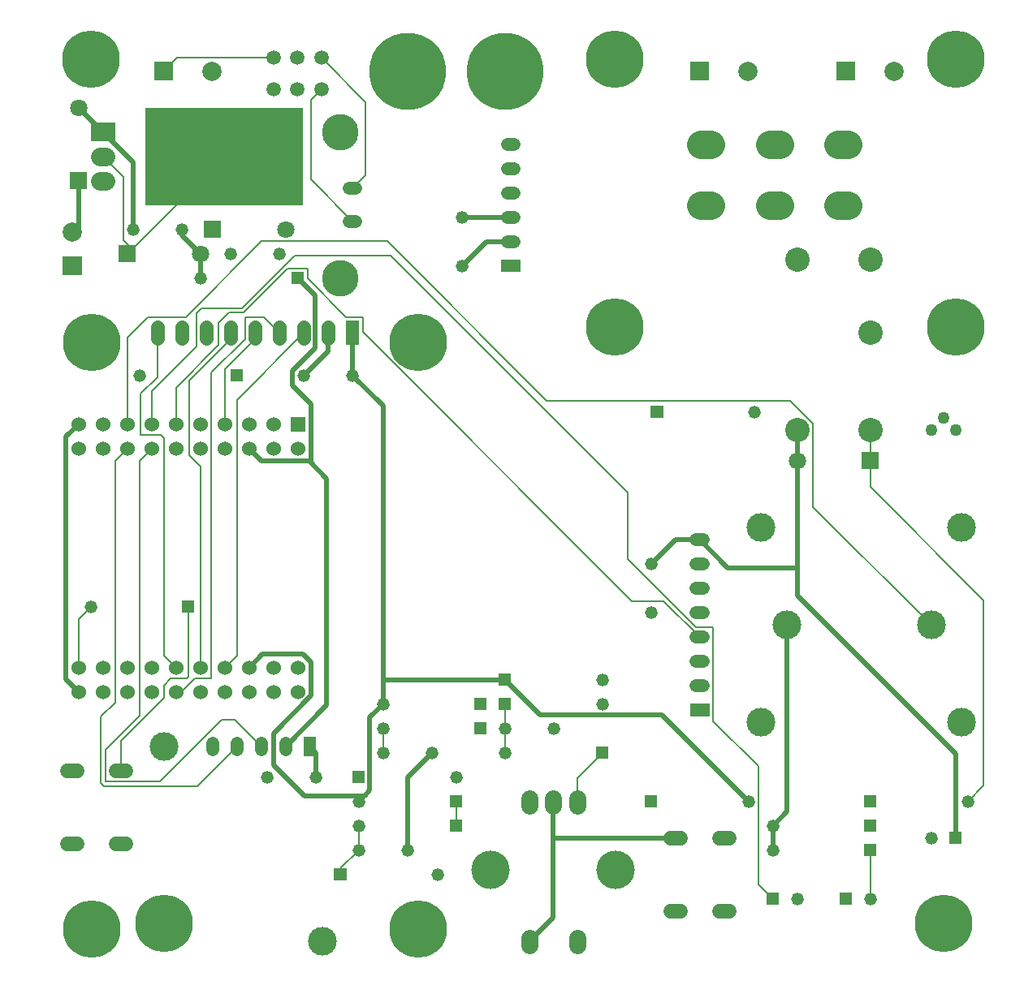
<source format=gtl>
%FSLAX24Y24*%
%MOIN*%
%ADD10C,0.0079*%
%ADD11C,0.0199*%
%ADD12C,0.0500*%
%ADD13C,0.0520*%
%ADD14C,0.0550*%
%ADD15C,0.0591*%
%ADD16C,0.0600*%
%ADD17C,0.0700*%
%ADD18C,0.0709*%
%ADD19C,0.0750*%
%ADD20C,0.0787*%
%ADD21C,0.1000*%
%ADD22C,0.1181*%
%ADD23C,0.1500*%
%ADD24C,0.1575*%
%ADD25C,0.2362*%
%ADD26C,0.3150*%
D10*
G01X4500Y21500D02*
X4000Y21000D01*
X4000Y21000D02*
X4000Y10505D01*
X4000Y10505D02*
X2604Y9110D01*
X2604Y9110D02*
X2604Y7830D01*
X2604Y7830D02*
X2625Y7809D01*
X2625Y7809D02*
X4850Y7809D01*
X4850Y7809D02*
X7380Y10339D01*
X7380Y10339D02*
X7910Y10339D01*
X7910Y10339D02*
X9000Y9250D01*
X7500Y22500D02*
X7500Y24746D01*
X7500Y24746D02*
X8750Y25997D01*
X8750Y25997D02*
X8750Y26250D01*
X33999Y5000D02*
X34000Y3000D01*
X3250Y8249D02*
X3250Y9489D01*
X3250Y9489D02*
X5000Y11238D01*
X5000Y11238D02*
X5000Y11761D01*
X5000Y11761D02*
X5296Y12057D01*
X5296Y12057D02*
X5937Y12057D01*
X5937Y12057D02*
X6000Y12120D01*
X6000Y12120D02*
X5999Y15000D01*
X12750Y32175D02*
X13283Y32707D01*
X13283Y32707D02*
X13283Y35734D01*
X13283Y35734D02*
X11468Y37549D01*
X3703Y29703D02*
X3335Y30070D01*
X3335Y30070D02*
X3335Y32664D01*
X3335Y32664D02*
X2500Y33500D01*
X3703Y29703D02*
X3500Y29500D01*
X6500Y33500D02*
X6500Y32500D01*
X6500Y32500D02*
X3703Y29703D01*
X9500Y33500D02*
X6500Y33500D01*
X30000Y3000D02*
X29401Y3598D01*
X29401Y3598D02*
X29401Y8443D01*
X29401Y8443D02*
X27551Y10293D01*
X27551Y10293D02*
X27551Y14145D01*
X27551Y14145D02*
X27530Y14166D01*
X27530Y14166D02*
X26839Y14166D01*
X26839Y14166D02*
X24057Y16948D01*
X24057Y16948D02*
X24057Y19698D01*
X24057Y19698D02*
X14324Y29431D01*
X14324Y29431D02*
X10366Y29431D01*
X10366Y29431D02*
X8200Y27266D01*
X8200Y27266D02*
X6535Y27266D01*
X6535Y27266D02*
X6334Y27065D01*
X6334Y27065D02*
X6334Y25692D01*
X6334Y25692D02*
X4500Y23858D01*
X4500Y23858D02*
X4500Y22500D01*
X3500Y21500D02*
X3000Y21000D01*
X3000Y21000D02*
X3000Y11057D01*
X3000Y11057D02*
X2425Y10482D01*
X2425Y10482D02*
X2425Y7757D01*
X2425Y7757D02*
X2552Y7629D01*
X2552Y7629D02*
X6379Y7629D01*
X6379Y7629D02*
X8000Y9250D01*
X10750Y26250D02*
X8000Y23500D01*
X8000Y23500D02*
X8000Y13000D01*
X8000Y13000D02*
X7500Y12499D01*
X33999Y21000D02*
X34000Y19927D01*
X34000Y19927D02*
X38657Y15270D01*
X38657Y15270D02*
X38657Y7657D01*
X38657Y7657D02*
X37999Y7000D01*
X33999Y22250D02*
X33999Y21000D01*
X36500Y14250D02*
X31657Y19093D01*
X31657Y19093D02*
X31657Y22506D01*
X31657Y22506D02*
X30699Y23464D01*
X30699Y23464D02*
X20716Y23464D01*
X20716Y23464D02*
X14175Y30005D01*
X14175Y30005D02*
X9018Y30005D01*
X9018Y30005D02*
X5913Y26900D01*
X5913Y26900D02*
X4354Y26900D01*
X4354Y26900D02*
X3500Y26045D01*
X3500Y26045D02*
X3500Y22500D01*
X12750Y30825D02*
X11035Y32540D01*
X11035Y32540D02*
X11035Y35817D01*
X11035Y35817D02*
X11468Y36250D01*
X9750Y26250D02*
X9098Y26902D01*
X9098Y26902D02*
X8354Y26902D01*
X8354Y26902D02*
X8333Y26881D01*
X8333Y26881D02*
X8333Y26003D01*
X8333Y26003D02*
X6942Y24612D01*
X6942Y24612D02*
X6942Y12062D01*
X6942Y12062D02*
X6921Y12041D01*
X6921Y12041D02*
X6270Y12041D01*
X6270Y12041D02*
X5728Y11500D01*
X5728Y11500D02*
X5499Y11500D01*
X23000Y9000D02*
X21968Y7968D01*
X21968Y7968D02*
X21968Y6958D01*
X5000Y37000D02*
X5549Y37549D01*
X5549Y37549D02*
X9499Y37549D01*
X5500Y22500D02*
X5500Y24002D01*
X5500Y24002D02*
X7250Y25753D01*
X7250Y25753D02*
X7250Y26648D01*
X7250Y26648D02*
X7688Y27086D01*
X7688Y27086D02*
X8276Y27086D01*
X8276Y27086D02*
X10091Y28901D01*
X10091Y28901D02*
X10880Y28901D01*
X10880Y28901D02*
X10901Y28880D01*
X10901Y28880D02*
X10901Y28489D01*
X10901Y28489D02*
X12496Y26895D01*
X12496Y26895D02*
X13146Y26895D01*
X13146Y26895D02*
X13167Y26874D01*
X13167Y26874D02*
X13167Y26282D01*
X13167Y26282D02*
X24224Y15225D01*
X24224Y15225D02*
X25524Y15225D01*
X25524Y15225D02*
X27000Y13750D01*
X13000Y5000D02*
X12250Y4250D01*
X12250Y4250D02*
X12249Y4000D01*
X13000Y5000D02*
X13000Y6000D01*
X4750Y26250D02*
X4750Y24435D01*
X4750Y24435D02*
X4057Y23742D01*
X4057Y23742D02*
X4057Y22062D01*
X4057Y22062D02*
X4078Y22041D01*
X4078Y22041D02*
X4879Y22041D01*
X4879Y22041D02*
X5000Y21921D01*
X5000Y21921D02*
X5000Y13000D01*
X5000Y13000D02*
X5499Y12500D01*
X6500Y12499D02*
X6500Y20766D01*
X6500Y20766D02*
X6044Y21221D01*
X6044Y21221D02*
X6044Y24291D01*
X6044Y24291D02*
X7750Y25997D01*
X7750Y25997D02*
X7750Y26250D01*
X14000Y9000D02*
X13999Y10000D01*
X1499Y12500D02*
X1500Y14500D01*
X1500Y14500D02*
X1999Y15000D01*
X16999Y6000D02*
X16999Y7000D01*
X18999Y9000D02*
X19000Y10000D01*
X19000Y10000D02*
X18999Y11000D01*
D11*
G01X2500Y34500D02*
X1500Y35500D01*
X3750Y30500D02*
X3750Y33249D01*
X3750Y33249D02*
X2500Y34500D01*
X10990Y20971D02*
X9028Y20971D01*
X9028Y20971D02*
X8500Y21499D01*
X10500Y28500D02*
X11228Y27771D01*
X11228Y27771D02*
X11228Y25631D01*
X11228Y25631D02*
X10270Y24673D01*
X10270Y24673D02*
X10270Y24094D01*
X10270Y24094D02*
X11047Y23317D01*
X11047Y23317D02*
X11047Y21027D01*
X11047Y21027D02*
X10990Y20971D01*
X10990Y20971D02*
X11691Y20270D01*
X11691Y20270D02*
X11691Y10942D01*
X11691Y10942D02*
X10000Y9250D01*
X31000Y21000D02*
X31000Y22250D01*
X31000Y16601D02*
X31000Y21000D01*
X37499Y5500D02*
X37500Y8951D01*
X37500Y8951D02*
X31000Y15451D01*
X31000Y15451D02*
X31000Y16601D01*
X27000Y17750D02*
X28149Y16601D01*
X28149Y16601D02*
X31000Y16601D01*
X25000Y16750D02*
X26000Y17750D01*
X26000Y17750D02*
X27000Y17750D01*
X14000Y12000D02*
X13999Y11000D01*
X12749Y24500D02*
X14000Y23250D01*
X14000Y23250D02*
X14000Y12000D01*
X14000Y12000D02*
X18999Y12000D01*
X12750Y26250D02*
X12749Y24500D01*
X13000Y7230D02*
X10769Y7230D01*
X10769Y7230D02*
X9500Y8500D01*
X9500Y8500D02*
X9500Y9788D01*
X9500Y9788D02*
X11048Y11337D01*
X11048Y11337D02*
X11048Y12706D01*
X11048Y12706D02*
X10708Y13045D01*
X10708Y13045D02*
X9045Y13045D01*
X9045Y13045D02*
X8499Y12499D01*
X13999Y11000D02*
X13461Y10461D01*
X13461Y10461D02*
X13461Y7461D01*
X13461Y7461D02*
X13230Y7230D01*
X13230Y7230D02*
X13000Y7230D01*
X13000Y7230D02*
X13000Y7000D01*
X18999Y12000D02*
X20461Y10538D01*
X20461Y10538D02*
X25461Y10538D01*
X25461Y10538D02*
X29000Y7000D01*
X19250Y30000D02*
X18250Y30000D01*
X18250Y30000D02*
X17249Y28999D01*
X1500Y32500D02*
X1500Y30627D01*
X1500Y30627D02*
X1249Y30377D01*
X1499Y11500D02*
X980Y12019D01*
X980Y12019D02*
X980Y21980D01*
X980Y21980D02*
X1500Y22500D01*
X11750Y26250D02*
X11750Y25500D01*
X11750Y25500D02*
X10749Y24500D01*
X20984Y5500D02*
X20984Y2234D01*
X20984Y2234D02*
X20000Y1249D01*
X20984Y6958D02*
X20984Y5500D01*
X20984Y5500D02*
X26000Y5499D01*
X15000Y5000D02*
X15000Y8000D01*
X15000Y8000D02*
X16000Y9000D01*
X29999Y6000D02*
X30594Y6594D01*
X30594Y6594D02*
X30594Y14250D01*
X29999Y5000D02*
X29999Y6000D01*
X6500Y29500D02*
X5750Y30249D01*
X5750Y30249D02*
X5750Y30500D01*
X6500Y28500D02*
X6500Y29500D01*
X11000Y9250D02*
X11250Y9000D01*
X11250Y9000D02*
X11250Y8000D01*
X19250Y31000D02*
X17249Y31000D01*
D12*
G01X37500Y22250D03*
X36500Y22250D03*
X37000Y22749D03*
D13*
G01X17000Y8000D03*
X2000Y15000D03*
X17250Y31000D03*
X17250Y28999D03*
X5750Y30500D03*
X3750Y30500D03*
X4000Y24500D03*
X37999Y7000D03*
X23000Y12000D03*
X10749Y24500D03*
X12749Y24500D03*
X9250Y8000D03*
X11250Y8000D03*
X16250Y4000D03*
X34000Y3000D03*
X13999Y10000D03*
X7750Y29500D03*
X9749Y29500D03*
X25000Y16750D03*
X25000Y14750D03*
X23000Y11000D03*
X29250Y23000D03*
X29000Y7000D03*
X13000Y7000D03*
X36499Y5500D03*
X6500Y28500D03*
X13999Y11000D03*
X13000Y6000D03*
X29999Y6000D03*
X16000Y9000D03*
X14000Y9000D03*
X31000Y3000D03*
X18999Y9000D03*
X21000Y10000D03*
X19000Y10000D03*
X29999Y5000D03*
X15000Y5000D03*
X13000Y5000D03*
X27140Y16750D02*
X26860Y16750D01*
X27140Y15750D02*
X26860Y15750D01*
X27140Y11750D02*
X26860Y11750D01*
X27140Y13750D02*
X26860Y13750D01*
X27140Y17750D02*
X26860Y17750D01*
X27140Y14750D02*
X26860Y14750D01*
X27140Y12750D02*
X26860Y12750D01*
X7000Y9390D02*
X7000Y9110D01*
X8000Y9390D02*
X8000Y9110D01*
X10000Y9390D02*
X10000Y9110D01*
X9000Y9390D02*
X9000Y9110D01*
X12890Y30825D02*
X12610Y30825D01*
X19390Y30000D02*
X19110Y30000D01*
X12890Y32175D02*
X12610Y32175D01*
X19390Y33000D02*
X19110Y33000D01*
X19390Y31000D02*
X19110Y31000D01*
X19390Y34000D02*
X19110Y34000D01*
X19390Y32000D02*
X19110Y32000D01*
D14*
G01X10750Y26475D02*
X10750Y26025D01*
X11750Y26475D02*
X11750Y26025D01*
X5750Y26475D02*
X5750Y26025D01*
X9750Y26475D02*
X9750Y26025D01*
X7750Y26475D02*
X7750Y26025D01*
X4750Y26475D02*
X4750Y26025D01*
X8750Y26475D02*
X8750Y26025D01*
X6750Y26475D02*
X6750Y26025D01*
D15*
G01X11468Y36250D03*
X11468Y37549D03*
X10484Y36250D03*
X9499Y36250D03*
X9499Y37549D03*
X10484Y37549D03*
D16*
G01X4500Y21500D03*
X9500Y21499D03*
X9500Y12499D03*
X7500Y12499D03*
X7500Y11499D03*
X8500Y11499D03*
X5500Y22500D03*
X4499Y11500D03*
X8500Y12499D03*
X1500Y21500D03*
X6500Y11499D03*
X10500Y21499D03*
X8500Y22500D03*
X3500Y21500D03*
X2500Y21500D03*
X10500Y11499D03*
X1499Y12500D03*
X5499Y12500D03*
X8500Y21499D03*
X4499Y12500D03*
X7500Y22500D03*
X7500Y21499D03*
X9500Y11499D03*
X2499Y12500D03*
X9500Y22500D03*
X6500Y21499D03*
X4500Y22500D03*
X6500Y22500D03*
X3500Y22500D03*
X3499Y11500D03*
X1499Y11500D03*
X6500Y12499D03*
X5500Y21499D03*
X3499Y12500D03*
X2500Y22500D03*
X5499Y11500D03*
X2499Y11500D03*
X10500Y12499D03*
X1500Y22500D03*
X3050Y5249D02*
X3450Y5249D01*
X3050Y8249D02*
X3450Y8249D01*
X1050Y5249D02*
X1450Y5249D01*
X1050Y8249D02*
X1450Y8249D01*
X27800Y2499D02*
X28200Y2499D01*
X27800Y5499D02*
X28200Y5499D01*
X25800Y2499D02*
X26199Y2499D01*
X25800Y5499D02*
X26199Y5499D01*
D17*
G01X20000Y6808D02*
X20000Y7108D01*
X21968Y6808D02*
X21968Y7108D01*
X20000Y1099D02*
X20000Y1399D01*
X21968Y1099D02*
X21968Y1399D01*
X20984Y6808D02*
X20984Y7108D01*
D18*
G01X31000Y21000D03*
X10000Y30500D03*
X6500Y29500D03*
X1500Y35500D03*
D19*
G01X2375Y32500D02*
X2625Y32500D01*
X2375Y33500D02*
X2625Y33500D01*
D20*
G01X1249Y30377D03*
X28968Y37000D03*
X34968Y37000D03*
X6968Y37000D03*
D21*
G01X34000Y22250D03*
X31000Y22250D03*
X31000Y29250D03*
X34000Y29250D03*
X34000Y26250D03*
D22*
G01X36500Y14250D03*
X30594Y14250D03*
X29500Y10250D03*
X37750Y18249D03*
X37750Y10249D03*
X29500Y18250D03*
X11500Y1250D03*
X5000Y9250D03*
X27053Y33980D02*
X27446Y33980D01*
X32690Y31500D02*
X33084Y31500D01*
X29872Y31500D02*
X30265Y31500D01*
X29872Y33980D02*
X30265Y33980D01*
X27053Y31500D02*
X27446Y31500D01*
X32690Y33980D02*
X33084Y33980D01*
D23*
G01X12250Y28500D03*
X12250Y34500D03*
D24*
G01X18425Y4202D03*
X23543Y4202D03*
D25*
G01X23500Y26500D03*
X37500Y26500D03*
X37000Y2000D03*
X23500Y37500D03*
X2037Y25856D03*
X2037Y1761D03*
X15462Y1761D03*
X15462Y25856D03*
X37500Y37500D03*
X5000Y2000D03*
X2000Y37500D03*
D26*
G01X15000Y37000D03*
X19000Y37000D03*
G36*
X33645Y20645D02*G01*
X34354Y20645D01*X34354Y21354D01*X33645Y21354D01*G37*
G36*
X13260Y8260D02*G01*
X12740Y8260D01*X12740Y7740D01*X13260Y7740D01*G37*
G36*
X5739Y14740D02*G01*
X6259Y14740D01*X6259Y15260D01*X5739Y15260D01*G37*
G36*
X856Y29393D02*G01*
X856Y28606D01*X1643Y28606D01*X1643Y29393D01*G37*
G36*
X7740Y24240D02*G01*
X8260Y24240D01*X8260Y24760D01*X7740Y24760D01*G37*
G36*
X26599Y10490D02*G01*
X27399Y10490D01*X27399Y11010D01*X26599Y11010D01*G37*
G36*
X34260Y7260D02*G01*
X33740Y7260D01*X33740Y6740D01*X34260Y6740D01*G37*
G36*
X27393Y37393D02*G01*
X26606Y37393D01*X26606Y36606D01*X27393Y36606D01*G37*
G36*
X19260Y12260D02*G01*
X18740Y12260D01*X18740Y11740D01*X19260Y11740D01*G37*
G36*
X7354Y30854D02*G01*
X6645Y30854D01*X6645Y30145D01*X7354Y30145D01*G37*
G36*
X12510Y4260D02*G01*
X11990Y4260D01*X11990Y3740D01*X12510Y3740D01*G37*
G36*
X33260Y3260D02*G01*
X32740Y3260D01*X32740Y2740D01*X33260Y2740D01*G37*
G36*
X17739Y9740D02*G01*
X18259Y9740D01*X18259Y10260D01*X17739Y10260D01*G37*
G36*
X11260Y8850D02*G01*
X11260Y9650D01*X10740Y9650D01*X10740Y8850D01*G37*
G36*
X10200Y22200D02*G01*
X10800Y22200D01*X10800Y22800D01*X10200Y22800D01*G37*
G36*
X19260Y11260D02*G01*
X18740Y11260D01*X18740Y10740D01*X19260Y10740D01*G37*
G36*
X33393Y37393D02*G01*
X32606Y37393D01*X32606Y36606D01*X33393Y36606D01*G37*
G36*
X25510Y23260D02*G01*
X24990Y23260D01*X24990Y22740D01*X25510Y22740D01*G37*
G36*
X25260Y7260D02*G01*
X24740Y7260D01*X24740Y6740D01*X25260Y6740D01*G37*
G36*
X16740Y6740D02*G01*
X17260Y6740D01*X17260Y7260D01*X16740Y7260D01*G37*
G36*
X3854Y29854D02*G01*
X3145Y29854D01*X3145Y29145D01*X3854Y29145D01*G37*
G36*
X37239Y5240D02*G01*
X37759Y5240D01*X37759Y5760D01*X37240Y5760D01*G37*
G36*
X10240Y28239D02*G01*
X10760Y28239D01*X10760Y28759D01*X10240Y28759D01*G37*
G36*
X13025Y25750D02*G01*
X13025Y26750D01*X12474Y26750D01*X12474Y25750D01*G37*
G36*
X17739Y10740D02*G01*
X18259Y10740D01*X18259Y11260D01*X17739Y11260D01*G37*
G36*
X16740Y5740D02*G01*
X17260Y5740D01*X17260Y6260D01*X16740Y6260D01*G37*
G36*
X1145Y32854D02*G01*
X1145Y32145D01*X1854Y32145D01*X1854Y32854D01*G37*
G36*
X33739Y5740D02*G01*
X34259Y5740D01*X34259Y6260D01*X33739Y6260D01*G37*
G36*
X30260Y3260D02*G01*
X29740Y3260D01*X29740Y2740D01*X30260Y2740D01*G37*
G36*
X8749Y31500D02*G01*
X8750Y35500D01*X4250Y35500D01*X4250Y31500D01*G37*
G36*
X10699Y31500D02*G01*
X10700Y35500D01*X8300Y35500D01*X8300Y31500D01*G37*
G36*
X3000Y34125D02*G01*
X3000Y34875D01*X2000Y34875D01*X2000Y34125D01*G37*
G36*
X22739Y8740D02*G01*
X23259Y8740D01*X23259Y9260D01*X22739Y9260D01*G37*
G36*
X33739Y4740D02*G01*
X34259Y4740D01*X34259Y5260D01*X33739Y5260D01*G37*
G36*
X5393Y37393D02*G01*
X4606Y37393D01*X4606Y36606D01*X5393Y36606D01*G37*
G36*
X18850Y29260D02*G01*
X18850Y28740D01*X19650Y28740D01*X19650Y29260D01*G37*
M02*

</source>
